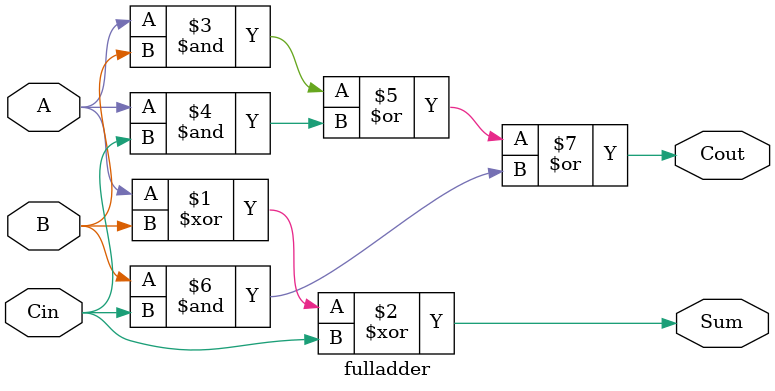
<source format=sv>
`timescale 1ns / 1ps


module fulladder(
    input logic A, B, Cin,
    output logic Sum, Cout
    );
    
    assign Sum = A^B^Cin;
    assign Cout = A&B | A&Cin | B&Cin;
endmodule

</source>
